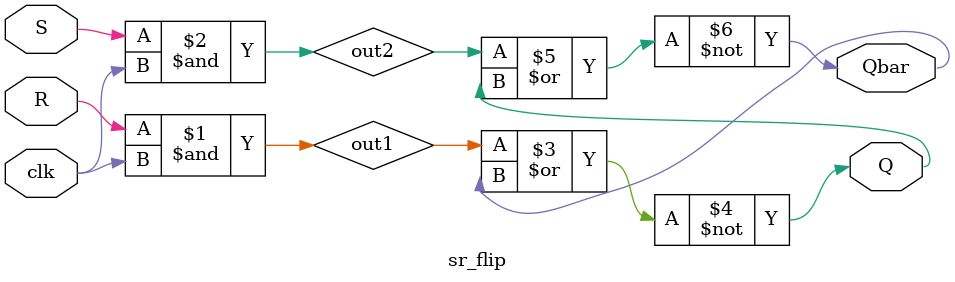
<source format=v>
`timescale 1ns / 1ps



module sr_flip(Q,Qbar,S,R,clk);
    output Q, Qbar;
    input S,R,clk;
    
    wire out1, out2;
    
    and A1(out1, R, clk);
    and A2(out2, S, clk);
    nor N1(Q, out1, Qbar);
    nor N2(Qbar, out2, Q);

     endmodule
</source>
